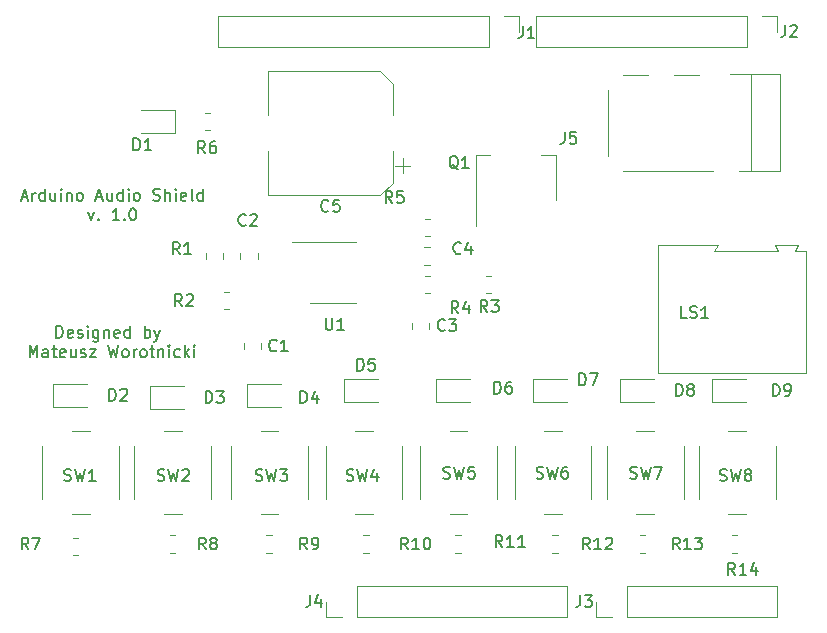
<source format=gbr>
%TF.GenerationSoftware,KiCad,Pcbnew,(5.1.10)-1*%
%TF.CreationDate,2022-04-08T18:55:06+02:00*%
%TF.ProjectId,shield_Arduino,73686965-6c64-45f4-9172-6475696e6f2e,rev?*%
%TF.SameCoordinates,Original*%
%TF.FileFunction,Legend,Top*%
%TF.FilePolarity,Positive*%
%FSLAX46Y46*%
G04 Gerber Fmt 4.6, Leading zero omitted, Abs format (unit mm)*
G04 Created by KiCad (PCBNEW (5.1.10)-1) date 2022-04-08 18:55:06*
%MOMM*%
%LPD*%
G01*
G04 APERTURE LIST*
%ADD10C,0.150000*%
%ADD11C,0.120000*%
G04 APERTURE END LIST*
D10*
X105385714Y-130067380D02*
X105385714Y-129067380D01*
X105623809Y-129067380D01*
X105766666Y-129115000D01*
X105861904Y-129210238D01*
X105909523Y-129305476D01*
X105957142Y-129495952D01*
X105957142Y-129638809D01*
X105909523Y-129829285D01*
X105861904Y-129924523D01*
X105766666Y-130019761D01*
X105623809Y-130067380D01*
X105385714Y-130067380D01*
X106766666Y-130019761D02*
X106671428Y-130067380D01*
X106480952Y-130067380D01*
X106385714Y-130019761D01*
X106338095Y-129924523D01*
X106338095Y-129543571D01*
X106385714Y-129448333D01*
X106480952Y-129400714D01*
X106671428Y-129400714D01*
X106766666Y-129448333D01*
X106814285Y-129543571D01*
X106814285Y-129638809D01*
X106338095Y-129734047D01*
X107195238Y-130019761D02*
X107290476Y-130067380D01*
X107480952Y-130067380D01*
X107576190Y-130019761D01*
X107623809Y-129924523D01*
X107623809Y-129876904D01*
X107576190Y-129781666D01*
X107480952Y-129734047D01*
X107338095Y-129734047D01*
X107242857Y-129686428D01*
X107195238Y-129591190D01*
X107195238Y-129543571D01*
X107242857Y-129448333D01*
X107338095Y-129400714D01*
X107480952Y-129400714D01*
X107576190Y-129448333D01*
X108052380Y-130067380D02*
X108052380Y-129400714D01*
X108052380Y-129067380D02*
X108004761Y-129115000D01*
X108052380Y-129162619D01*
X108100000Y-129115000D01*
X108052380Y-129067380D01*
X108052380Y-129162619D01*
X108957142Y-129400714D02*
X108957142Y-130210238D01*
X108909523Y-130305476D01*
X108861904Y-130353095D01*
X108766666Y-130400714D01*
X108623809Y-130400714D01*
X108528571Y-130353095D01*
X108957142Y-130019761D02*
X108861904Y-130067380D01*
X108671428Y-130067380D01*
X108576190Y-130019761D01*
X108528571Y-129972142D01*
X108480952Y-129876904D01*
X108480952Y-129591190D01*
X108528571Y-129495952D01*
X108576190Y-129448333D01*
X108671428Y-129400714D01*
X108861904Y-129400714D01*
X108957142Y-129448333D01*
X109433333Y-129400714D02*
X109433333Y-130067380D01*
X109433333Y-129495952D02*
X109480952Y-129448333D01*
X109576190Y-129400714D01*
X109719047Y-129400714D01*
X109814285Y-129448333D01*
X109861904Y-129543571D01*
X109861904Y-130067380D01*
X110719047Y-130019761D02*
X110623809Y-130067380D01*
X110433333Y-130067380D01*
X110338095Y-130019761D01*
X110290476Y-129924523D01*
X110290476Y-129543571D01*
X110338095Y-129448333D01*
X110433333Y-129400714D01*
X110623809Y-129400714D01*
X110719047Y-129448333D01*
X110766666Y-129543571D01*
X110766666Y-129638809D01*
X110290476Y-129734047D01*
X111623809Y-130067380D02*
X111623809Y-129067380D01*
X111623809Y-130019761D02*
X111528571Y-130067380D01*
X111338095Y-130067380D01*
X111242857Y-130019761D01*
X111195238Y-129972142D01*
X111147619Y-129876904D01*
X111147619Y-129591190D01*
X111195238Y-129495952D01*
X111242857Y-129448333D01*
X111338095Y-129400714D01*
X111528571Y-129400714D01*
X111623809Y-129448333D01*
X112861904Y-130067380D02*
X112861904Y-129067380D01*
X112861904Y-129448333D02*
X112957142Y-129400714D01*
X113147619Y-129400714D01*
X113242857Y-129448333D01*
X113290476Y-129495952D01*
X113338095Y-129591190D01*
X113338095Y-129876904D01*
X113290476Y-129972142D01*
X113242857Y-130019761D01*
X113147619Y-130067380D01*
X112957142Y-130067380D01*
X112861904Y-130019761D01*
X113671428Y-129400714D02*
X113909523Y-130067380D01*
X114147619Y-129400714D02*
X113909523Y-130067380D01*
X113814285Y-130305476D01*
X113766666Y-130353095D01*
X113671428Y-130400714D01*
X103123809Y-131717380D02*
X103123809Y-130717380D01*
X103457142Y-131431666D01*
X103790476Y-130717380D01*
X103790476Y-131717380D01*
X104695238Y-131717380D02*
X104695238Y-131193571D01*
X104647619Y-131098333D01*
X104552380Y-131050714D01*
X104361904Y-131050714D01*
X104266666Y-131098333D01*
X104695238Y-131669761D02*
X104600000Y-131717380D01*
X104361904Y-131717380D01*
X104266666Y-131669761D01*
X104219047Y-131574523D01*
X104219047Y-131479285D01*
X104266666Y-131384047D01*
X104361904Y-131336428D01*
X104600000Y-131336428D01*
X104695238Y-131288809D01*
X105028571Y-131050714D02*
X105409523Y-131050714D01*
X105171428Y-130717380D02*
X105171428Y-131574523D01*
X105219047Y-131669761D01*
X105314285Y-131717380D01*
X105409523Y-131717380D01*
X106123809Y-131669761D02*
X106028571Y-131717380D01*
X105838095Y-131717380D01*
X105742857Y-131669761D01*
X105695238Y-131574523D01*
X105695238Y-131193571D01*
X105742857Y-131098333D01*
X105838095Y-131050714D01*
X106028571Y-131050714D01*
X106123809Y-131098333D01*
X106171428Y-131193571D01*
X106171428Y-131288809D01*
X105695238Y-131384047D01*
X107028571Y-131050714D02*
X107028571Y-131717380D01*
X106600000Y-131050714D02*
X106600000Y-131574523D01*
X106647619Y-131669761D01*
X106742857Y-131717380D01*
X106885714Y-131717380D01*
X106980952Y-131669761D01*
X107028571Y-131622142D01*
X107457142Y-131669761D02*
X107552380Y-131717380D01*
X107742857Y-131717380D01*
X107838095Y-131669761D01*
X107885714Y-131574523D01*
X107885714Y-131526904D01*
X107838095Y-131431666D01*
X107742857Y-131384047D01*
X107600000Y-131384047D01*
X107504761Y-131336428D01*
X107457142Y-131241190D01*
X107457142Y-131193571D01*
X107504761Y-131098333D01*
X107600000Y-131050714D01*
X107742857Y-131050714D01*
X107838095Y-131098333D01*
X108219047Y-131050714D02*
X108742857Y-131050714D01*
X108219047Y-131717380D01*
X108742857Y-131717380D01*
X109790476Y-130717380D02*
X110028571Y-131717380D01*
X110219047Y-131003095D01*
X110409523Y-131717380D01*
X110647619Y-130717380D01*
X111171428Y-131717380D02*
X111076190Y-131669761D01*
X111028571Y-131622142D01*
X110980952Y-131526904D01*
X110980952Y-131241190D01*
X111028571Y-131145952D01*
X111076190Y-131098333D01*
X111171428Y-131050714D01*
X111314285Y-131050714D01*
X111409523Y-131098333D01*
X111457142Y-131145952D01*
X111504761Y-131241190D01*
X111504761Y-131526904D01*
X111457142Y-131622142D01*
X111409523Y-131669761D01*
X111314285Y-131717380D01*
X111171428Y-131717380D01*
X111933333Y-131717380D02*
X111933333Y-131050714D01*
X111933333Y-131241190D02*
X111980952Y-131145952D01*
X112028571Y-131098333D01*
X112123809Y-131050714D01*
X112219047Y-131050714D01*
X112695238Y-131717380D02*
X112600000Y-131669761D01*
X112552380Y-131622142D01*
X112504761Y-131526904D01*
X112504761Y-131241190D01*
X112552380Y-131145952D01*
X112600000Y-131098333D01*
X112695238Y-131050714D01*
X112838095Y-131050714D01*
X112933333Y-131098333D01*
X112980952Y-131145952D01*
X113028571Y-131241190D01*
X113028571Y-131526904D01*
X112980952Y-131622142D01*
X112933333Y-131669761D01*
X112838095Y-131717380D01*
X112695238Y-131717380D01*
X113314285Y-131050714D02*
X113695238Y-131050714D01*
X113457142Y-130717380D02*
X113457142Y-131574523D01*
X113504761Y-131669761D01*
X113600000Y-131717380D01*
X113695238Y-131717380D01*
X114028571Y-131050714D02*
X114028571Y-131717380D01*
X114028571Y-131145952D02*
X114076190Y-131098333D01*
X114171428Y-131050714D01*
X114314285Y-131050714D01*
X114409523Y-131098333D01*
X114457142Y-131193571D01*
X114457142Y-131717380D01*
X114933333Y-131717380D02*
X114933333Y-131050714D01*
X114933333Y-130717380D02*
X114885714Y-130765000D01*
X114933333Y-130812619D01*
X114980952Y-130765000D01*
X114933333Y-130717380D01*
X114933333Y-130812619D01*
X115838095Y-131669761D02*
X115742857Y-131717380D01*
X115552380Y-131717380D01*
X115457142Y-131669761D01*
X115409523Y-131622142D01*
X115361904Y-131526904D01*
X115361904Y-131241190D01*
X115409523Y-131145952D01*
X115457142Y-131098333D01*
X115552380Y-131050714D01*
X115742857Y-131050714D01*
X115838095Y-131098333D01*
X116266666Y-131717380D02*
X116266666Y-130717380D01*
X116361904Y-131336428D02*
X116647619Y-131717380D01*
X116647619Y-131050714D02*
X116266666Y-131431666D01*
X117076190Y-131717380D02*
X117076190Y-131050714D01*
X117076190Y-130717380D02*
X117028571Y-130765000D01*
X117076190Y-130812619D01*
X117123809Y-130765000D01*
X117076190Y-130717380D01*
X117076190Y-130812619D01*
X102459523Y-118181666D02*
X102935714Y-118181666D01*
X102364285Y-118467380D02*
X102697619Y-117467380D01*
X103030952Y-118467380D01*
X103364285Y-118467380D02*
X103364285Y-117800714D01*
X103364285Y-117991190D02*
X103411904Y-117895952D01*
X103459523Y-117848333D01*
X103554761Y-117800714D01*
X103650000Y-117800714D01*
X104411904Y-118467380D02*
X104411904Y-117467380D01*
X104411904Y-118419761D02*
X104316666Y-118467380D01*
X104126190Y-118467380D01*
X104030952Y-118419761D01*
X103983333Y-118372142D01*
X103935714Y-118276904D01*
X103935714Y-117991190D01*
X103983333Y-117895952D01*
X104030952Y-117848333D01*
X104126190Y-117800714D01*
X104316666Y-117800714D01*
X104411904Y-117848333D01*
X105316666Y-117800714D02*
X105316666Y-118467380D01*
X104888095Y-117800714D02*
X104888095Y-118324523D01*
X104935714Y-118419761D01*
X105030952Y-118467380D01*
X105173809Y-118467380D01*
X105269047Y-118419761D01*
X105316666Y-118372142D01*
X105792857Y-118467380D02*
X105792857Y-117800714D01*
X105792857Y-117467380D02*
X105745238Y-117515000D01*
X105792857Y-117562619D01*
X105840476Y-117515000D01*
X105792857Y-117467380D01*
X105792857Y-117562619D01*
X106269047Y-117800714D02*
X106269047Y-118467380D01*
X106269047Y-117895952D02*
X106316666Y-117848333D01*
X106411904Y-117800714D01*
X106554761Y-117800714D01*
X106650000Y-117848333D01*
X106697619Y-117943571D01*
X106697619Y-118467380D01*
X107316666Y-118467380D02*
X107221428Y-118419761D01*
X107173809Y-118372142D01*
X107126190Y-118276904D01*
X107126190Y-117991190D01*
X107173809Y-117895952D01*
X107221428Y-117848333D01*
X107316666Y-117800714D01*
X107459523Y-117800714D01*
X107554761Y-117848333D01*
X107602380Y-117895952D01*
X107650000Y-117991190D01*
X107650000Y-118276904D01*
X107602380Y-118372142D01*
X107554761Y-118419761D01*
X107459523Y-118467380D01*
X107316666Y-118467380D01*
X108792857Y-118181666D02*
X109269047Y-118181666D01*
X108697619Y-118467380D02*
X109030952Y-117467380D01*
X109364285Y-118467380D01*
X110126190Y-117800714D02*
X110126190Y-118467380D01*
X109697619Y-117800714D02*
X109697619Y-118324523D01*
X109745238Y-118419761D01*
X109840476Y-118467380D01*
X109983333Y-118467380D01*
X110078571Y-118419761D01*
X110126190Y-118372142D01*
X111030952Y-118467380D02*
X111030952Y-117467380D01*
X111030952Y-118419761D02*
X110935714Y-118467380D01*
X110745238Y-118467380D01*
X110650000Y-118419761D01*
X110602380Y-118372142D01*
X110554761Y-118276904D01*
X110554761Y-117991190D01*
X110602380Y-117895952D01*
X110650000Y-117848333D01*
X110745238Y-117800714D01*
X110935714Y-117800714D01*
X111030952Y-117848333D01*
X111507142Y-118467380D02*
X111507142Y-117800714D01*
X111507142Y-117467380D02*
X111459523Y-117515000D01*
X111507142Y-117562619D01*
X111554761Y-117515000D01*
X111507142Y-117467380D01*
X111507142Y-117562619D01*
X112126190Y-118467380D02*
X112030952Y-118419761D01*
X111983333Y-118372142D01*
X111935714Y-118276904D01*
X111935714Y-117991190D01*
X111983333Y-117895952D01*
X112030952Y-117848333D01*
X112126190Y-117800714D01*
X112269047Y-117800714D01*
X112364285Y-117848333D01*
X112411904Y-117895952D01*
X112459523Y-117991190D01*
X112459523Y-118276904D01*
X112411904Y-118372142D01*
X112364285Y-118419761D01*
X112269047Y-118467380D01*
X112126190Y-118467380D01*
X113602380Y-118419761D02*
X113745238Y-118467380D01*
X113983333Y-118467380D01*
X114078571Y-118419761D01*
X114126190Y-118372142D01*
X114173809Y-118276904D01*
X114173809Y-118181666D01*
X114126190Y-118086428D01*
X114078571Y-118038809D01*
X113983333Y-117991190D01*
X113792857Y-117943571D01*
X113697619Y-117895952D01*
X113650000Y-117848333D01*
X113602380Y-117753095D01*
X113602380Y-117657857D01*
X113650000Y-117562619D01*
X113697619Y-117515000D01*
X113792857Y-117467380D01*
X114030952Y-117467380D01*
X114173809Y-117515000D01*
X114602380Y-118467380D02*
X114602380Y-117467380D01*
X115030952Y-118467380D02*
X115030952Y-117943571D01*
X114983333Y-117848333D01*
X114888095Y-117800714D01*
X114745238Y-117800714D01*
X114649999Y-117848333D01*
X114602380Y-117895952D01*
X115507142Y-118467380D02*
X115507142Y-117800714D01*
X115507142Y-117467380D02*
X115459523Y-117515000D01*
X115507142Y-117562619D01*
X115554761Y-117515000D01*
X115507142Y-117467380D01*
X115507142Y-117562619D01*
X116364285Y-118419761D02*
X116269047Y-118467380D01*
X116078571Y-118467380D01*
X115983333Y-118419761D01*
X115935714Y-118324523D01*
X115935714Y-117943571D01*
X115983333Y-117848333D01*
X116078571Y-117800714D01*
X116269047Y-117800714D01*
X116364285Y-117848333D01*
X116411904Y-117943571D01*
X116411904Y-118038809D01*
X115935714Y-118134047D01*
X116983333Y-118467380D02*
X116888095Y-118419761D01*
X116840476Y-118324523D01*
X116840476Y-117467380D01*
X117792857Y-118467380D02*
X117792857Y-117467380D01*
X117792857Y-118419761D02*
X117697619Y-118467380D01*
X117507142Y-118467380D01*
X117411904Y-118419761D01*
X117364285Y-118372142D01*
X117316666Y-118276904D01*
X117316666Y-117991190D01*
X117364285Y-117895952D01*
X117411904Y-117848333D01*
X117507142Y-117800714D01*
X117697619Y-117800714D01*
X117792857Y-117848333D01*
X108102380Y-119450714D02*
X108340476Y-120117380D01*
X108578571Y-119450714D01*
X108959523Y-120022142D02*
X109007142Y-120069761D01*
X108959523Y-120117380D01*
X108911904Y-120069761D01*
X108959523Y-120022142D01*
X108959523Y-120117380D01*
X110721428Y-120117380D02*
X110150000Y-120117380D01*
X110435714Y-120117380D02*
X110435714Y-119117380D01*
X110340476Y-119260238D01*
X110245238Y-119355476D01*
X110150000Y-119403095D01*
X111150000Y-120022142D02*
X111197619Y-120069761D01*
X111150000Y-120117380D01*
X111102380Y-120069761D01*
X111150000Y-120022142D01*
X111150000Y-120117380D01*
X111816666Y-119117380D02*
X111911904Y-119117380D01*
X112007142Y-119165000D01*
X112054761Y-119212619D01*
X112102380Y-119307857D01*
X112150000Y-119498333D01*
X112150000Y-119736428D01*
X112102380Y-119926904D01*
X112054761Y-120022142D01*
X112007142Y-120069761D01*
X111911904Y-120117380D01*
X111816666Y-120117380D01*
X111721428Y-120069761D01*
X111673809Y-120022142D01*
X111626190Y-119926904D01*
X111578571Y-119736428D01*
X111578571Y-119498333D01*
X111626190Y-119307857D01*
X111673809Y-119212619D01*
X111721428Y-119165000D01*
X111816666Y-119117380D01*
D11*
%TO.C,Q1*%
X140890000Y-120640000D02*
X140890000Y-114630000D01*
X147710000Y-118390000D02*
X147710000Y-114630000D01*
X140890000Y-114630000D02*
X142150000Y-114630000D01*
X147710000Y-114630000D02*
X146450000Y-114630000D01*
%TO.C,R10*%
X131372936Y-148275000D02*
X131827064Y-148275000D01*
X131372936Y-146805000D02*
X131827064Y-146805000D01*
%TO.C,R11*%
X139172936Y-148275000D02*
X139627064Y-148275000D01*
X139172936Y-146805000D02*
X139627064Y-146805000D01*
%TO.C,R7*%
X107227064Y-147005000D02*
X106772936Y-147005000D01*
X107227064Y-148475000D02*
X106772936Y-148475000D01*
%TO.C,SW1*%
X108200000Y-137990000D02*
X106700000Y-137990000D01*
X104200000Y-139240000D02*
X104200000Y-143740000D01*
X106700000Y-144990000D02*
X108200000Y-144990000D01*
X110700000Y-143740000D02*
X110700000Y-139240000D01*
%TO.C,LS1*%
X156300000Y-122240000D02*
X156300000Y-133090000D01*
X161400000Y-122240000D02*
X156300000Y-122240000D01*
X161100000Y-122740000D02*
X161400000Y-122240000D01*
X166500000Y-122740000D02*
X161100000Y-122740000D01*
X166250000Y-122240000D02*
X166500000Y-122740000D01*
X166300000Y-122240000D02*
X166250000Y-122240000D01*
X168200000Y-122240000D02*
X166300000Y-122240000D01*
X167950000Y-122740000D02*
X168200000Y-122240000D01*
X168900000Y-122740000D02*
X167950000Y-122740000D01*
X168900000Y-133090000D02*
X168900000Y-122740000D01*
X156300000Y-133090000D02*
X168900000Y-133090000D01*
%TO.C,U1*%
X128800000Y-121980000D02*
X125350000Y-121980000D01*
X128800000Y-121980000D02*
X130750000Y-121980000D01*
X128800000Y-127100000D02*
X126850000Y-127100000D01*
X128800000Y-127100000D02*
X130750000Y-127100000D01*
%TO.C,SW8*%
X163800000Y-137990000D02*
X162300000Y-137990000D01*
X159800000Y-139240000D02*
X159800000Y-143740000D01*
X162300000Y-144990000D02*
X163800000Y-144990000D01*
X166300000Y-143740000D02*
X166300000Y-139240000D01*
%TO.C,SW7*%
X156000000Y-137990000D02*
X154500000Y-137990000D01*
X152000000Y-139240000D02*
X152000000Y-143740000D01*
X154500000Y-144990000D02*
X156000000Y-144990000D01*
X158500000Y-143740000D02*
X158500000Y-139240000D01*
%TO.C,SW6*%
X148200000Y-137990000D02*
X146700000Y-137990000D01*
X144200000Y-139240000D02*
X144200000Y-143740000D01*
X146700000Y-144990000D02*
X148200000Y-144990000D01*
X150700000Y-143740000D02*
X150700000Y-139240000D01*
%TO.C,SW5*%
X140200000Y-137990000D02*
X138700000Y-137990000D01*
X136200000Y-139240000D02*
X136200000Y-143740000D01*
X138700000Y-144990000D02*
X140200000Y-144990000D01*
X142700000Y-143740000D02*
X142700000Y-139240000D01*
%TO.C,SW4*%
X132200000Y-137990000D02*
X130700000Y-137990000D01*
X128200000Y-139240000D02*
X128200000Y-143740000D01*
X130700000Y-144990000D02*
X132200000Y-144990000D01*
X134700000Y-143740000D02*
X134700000Y-139240000D01*
%TO.C,SW3*%
X124200000Y-137990000D02*
X122700000Y-137990000D01*
X120200000Y-139240000D02*
X120200000Y-143740000D01*
X122700000Y-144990000D02*
X124200000Y-144990000D01*
X126700000Y-143740000D02*
X126700000Y-139240000D01*
%TO.C,SW2*%
X116000000Y-137990000D02*
X114500000Y-137990000D01*
X112000000Y-139240000D02*
X112000000Y-143740000D01*
X114500000Y-144990000D02*
X116000000Y-144990000D01*
X118500000Y-143740000D02*
X118500000Y-139240000D01*
%TO.C,R14*%
X162572936Y-148275000D02*
X163027064Y-148275000D01*
X162572936Y-146805000D02*
X163027064Y-146805000D01*
%TO.C,R13*%
X154772936Y-148275000D02*
X155227064Y-148275000D01*
X154772936Y-146805000D02*
X155227064Y-146805000D01*
%TO.C,R12*%
X147372936Y-148275000D02*
X147827064Y-148275000D01*
X147372936Y-146805000D02*
X147827064Y-146805000D01*
%TO.C,R9*%
X123172936Y-148275000D02*
X123627064Y-148275000D01*
X123172936Y-146805000D02*
X123627064Y-146805000D01*
%TO.C,R8*%
X115427064Y-146805000D02*
X114972936Y-146805000D01*
X115427064Y-148275000D02*
X114972936Y-148275000D01*
%TO.C,R6*%
X118427064Y-111005000D02*
X117972936Y-111005000D01*
X118427064Y-112475000D02*
X117972936Y-112475000D01*
%TO.C,R5*%
X136572936Y-121475000D02*
X137027064Y-121475000D01*
X136572936Y-120005000D02*
X137027064Y-120005000D01*
%TO.C,R4*%
X136572936Y-126275000D02*
X137027064Y-126275000D01*
X136572936Y-124805000D02*
X137027064Y-124805000D01*
%TO.C,R3*%
X141772936Y-126275000D02*
X142227064Y-126275000D01*
X141772936Y-124805000D02*
X142227064Y-124805000D01*
%TO.C,R2*%
X119572936Y-127675000D02*
X120027064Y-127675000D01*
X119572936Y-126205000D02*
X120027064Y-126205000D01*
%TO.C,R1*%
X119535000Y-123367064D02*
X119535000Y-122912936D01*
X118065000Y-123367064D02*
X118065000Y-122912936D01*
%TO.C,J5*%
X166700000Y-107740000D02*
X164200000Y-107740000D01*
X166700000Y-115940000D02*
X166700000Y-107740000D01*
X164200000Y-115940000D02*
X166700000Y-115940000D01*
X163200000Y-115940000D02*
X164100000Y-115940000D01*
X164200000Y-107740000D02*
X162400000Y-107740000D01*
X157700000Y-107840000D02*
X159800000Y-107840000D01*
X152100000Y-114640000D02*
X152100000Y-109100000D01*
X164200000Y-115940000D02*
X164100000Y-115940000D01*
X164200000Y-107840000D02*
X164200000Y-115940000D01*
X164200000Y-107740000D02*
X164200000Y-107840000D01*
X153400000Y-115940000D02*
X161000000Y-115940000D01*
X153360000Y-107840000D02*
X155500000Y-107840000D01*
%TO.C,J4*%
X128210000Y-153730000D02*
X128210000Y-152400000D01*
X129540000Y-153730000D02*
X128210000Y-153730000D01*
X130810000Y-153730000D02*
X130810000Y-151070000D01*
X130810000Y-151070000D02*
X148650000Y-151070000D01*
X130810000Y-153730000D02*
X148650000Y-153730000D01*
X148650000Y-153730000D02*
X148650000Y-151070000D01*
%TO.C,J3*%
X151070000Y-153730000D02*
X151070000Y-152400000D01*
X152400000Y-153730000D02*
X151070000Y-153730000D01*
X153670000Y-153730000D02*
X153670000Y-151070000D01*
X153670000Y-151070000D02*
X166430000Y-151070000D01*
X153670000Y-153730000D02*
X166430000Y-153730000D01*
X166430000Y-153730000D02*
X166430000Y-151070000D01*
%TO.C,J2*%
X166430000Y-102810000D02*
X166430000Y-104140000D01*
X165100000Y-102810000D02*
X166430000Y-102810000D01*
X163830000Y-102810000D02*
X163830000Y-105470000D01*
X163830000Y-105470000D02*
X145990000Y-105470000D01*
X163830000Y-102810000D02*
X145990000Y-102810000D01*
X145990000Y-102810000D02*
X145990000Y-105470000D01*
%TO.C,J1*%
X144586000Y-102810000D02*
X144586000Y-104140000D01*
X143256000Y-102810000D02*
X144586000Y-102810000D01*
X141986000Y-102810000D02*
X141986000Y-105470000D01*
X141986000Y-105470000D02*
X119066000Y-105470000D01*
X141986000Y-102810000D02*
X119066000Y-102810000D01*
X119066000Y-102810000D02*
X119066000Y-105470000D01*
%TO.C,D9*%
X160940000Y-135500000D02*
X163800000Y-135500000D01*
X160940000Y-133580000D02*
X160940000Y-135500000D01*
X163800000Y-133580000D02*
X160940000Y-133580000D01*
%TO.C,D8*%
X153140000Y-135500000D02*
X156000000Y-135500000D01*
X153140000Y-133580000D02*
X153140000Y-135500000D01*
X156000000Y-133580000D02*
X153140000Y-133580000D01*
%TO.C,D7*%
X145740000Y-135500000D02*
X148600000Y-135500000D01*
X145740000Y-133580000D02*
X145740000Y-135500000D01*
X148600000Y-133580000D02*
X145740000Y-133580000D01*
%TO.C,D6*%
X137540000Y-135500000D02*
X140400000Y-135500000D01*
X137540000Y-133580000D02*
X137540000Y-135500000D01*
X140400000Y-133580000D02*
X137540000Y-133580000D01*
%TO.C,D5*%
X129740000Y-135500000D02*
X132600000Y-135500000D01*
X129740000Y-133580000D02*
X129740000Y-135500000D01*
X132600000Y-133580000D02*
X129740000Y-133580000D01*
%TO.C,D4*%
X121540000Y-135900000D02*
X124400000Y-135900000D01*
X121540000Y-133980000D02*
X121540000Y-135900000D01*
X124400000Y-133980000D02*
X121540000Y-133980000D01*
%TO.C,D3*%
X113315000Y-136100000D02*
X116175000Y-136100000D01*
X113315000Y-134180000D02*
X113315000Y-136100000D01*
X116175000Y-134180000D02*
X113315000Y-134180000D01*
%TO.C,D2*%
X105140000Y-135900000D02*
X108000000Y-135900000D01*
X105140000Y-133980000D02*
X105140000Y-135900000D01*
X108000000Y-133980000D02*
X105140000Y-133980000D01*
%TO.C,D1*%
X115460000Y-110780000D02*
X112600000Y-110780000D01*
X115460000Y-112700000D02*
X115460000Y-110780000D01*
X112600000Y-112700000D02*
X115460000Y-112700000D01*
%TO.C,C5*%
X134725000Y-116125000D02*
X134725000Y-114875000D01*
X135350000Y-115500000D02*
X134100000Y-115500000D01*
X133860000Y-108544437D02*
X132795563Y-107480000D01*
X133860000Y-116935563D02*
X132795563Y-118000000D01*
X133860000Y-116935563D02*
X133860000Y-114250000D01*
X133860000Y-108544437D02*
X133860000Y-111230000D01*
X132795563Y-107480000D02*
X123340000Y-107480000D01*
X132795563Y-118000000D02*
X123340000Y-118000000D01*
X123340000Y-118000000D02*
X123340000Y-114250000D01*
X123340000Y-107480000D02*
X123340000Y-111230000D01*
%TO.C,C4*%
X136538748Y-123875000D02*
X137061252Y-123875000D01*
X136538748Y-122405000D02*
X137061252Y-122405000D01*
%TO.C,C3*%
X135465000Y-128841248D02*
X135465000Y-129363752D01*
X136935000Y-128841248D02*
X136935000Y-129363752D01*
%TO.C,C2*%
X122435000Y-123401252D02*
X122435000Y-122878748D01*
X120965000Y-123401252D02*
X120965000Y-122878748D01*
%TO.C,C1*%
X121265000Y-130516248D02*
X121265000Y-131038752D01*
X122735000Y-130516248D02*
X122735000Y-131038752D01*
%TO.C,Q1*%
D10*
X139404761Y-115787619D02*
X139309523Y-115740000D01*
X139214285Y-115644761D01*
X139071428Y-115501904D01*
X138976190Y-115454285D01*
X138880952Y-115454285D01*
X138928571Y-115692380D02*
X138833333Y-115644761D01*
X138738095Y-115549523D01*
X138690476Y-115359047D01*
X138690476Y-115025714D01*
X138738095Y-114835238D01*
X138833333Y-114740000D01*
X138928571Y-114692380D01*
X139119047Y-114692380D01*
X139214285Y-114740000D01*
X139309523Y-114835238D01*
X139357142Y-115025714D01*
X139357142Y-115359047D01*
X139309523Y-115549523D01*
X139214285Y-115644761D01*
X139119047Y-115692380D01*
X138928571Y-115692380D01*
X140309523Y-115692380D02*
X139738095Y-115692380D01*
X140023809Y-115692380D02*
X140023809Y-114692380D01*
X139928571Y-114835238D01*
X139833333Y-114930476D01*
X139738095Y-114978095D01*
%TO.C,R10*%
X135157142Y-147992380D02*
X134823809Y-147516190D01*
X134585714Y-147992380D02*
X134585714Y-146992380D01*
X134966666Y-146992380D01*
X135061904Y-147040000D01*
X135109523Y-147087619D01*
X135157142Y-147182857D01*
X135157142Y-147325714D01*
X135109523Y-147420952D01*
X135061904Y-147468571D01*
X134966666Y-147516190D01*
X134585714Y-147516190D01*
X136109523Y-147992380D02*
X135538095Y-147992380D01*
X135823809Y-147992380D02*
X135823809Y-146992380D01*
X135728571Y-147135238D01*
X135633333Y-147230476D01*
X135538095Y-147278095D01*
X136728571Y-146992380D02*
X136823809Y-146992380D01*
X136919047Y-147040000D01*
X136966666Y-147087619D01*
X137014285Y-147182857D01*
X137061904Y-147373333D01*
X137061904Y-147611428D01*
X137014285Y-147801904D01*
X136966666Y-147897142D01*
X136919047Y-147944761D01*
X136823809Y-147992380D01*
X136728571Y-147992380D01*
X136633333Y-147944761D01*
X136585714Y-147897142D01*
X136538095Y-147801904D01*
X136490476Y-147611428D01*
X136490476Y-147373333D01*
X136538095Y-147182857D01*
X136585714Y-147087619D01*
X136633333Y-147040000D01*
X136728571Y-146992380D01*
%TO.C,R11*%
X143157142Y-147792380D02*
X142823809Y-147316190D01*
X142585714Y-147792380D02*
X142585714Y-146792380D01*
X142966666Y-146792380D01*
X143061904Y-146840000D01*
X143109523Y-146887619D01*
X143157142Y-146982857D01*
X143157142Y-147125714D01*
X143109523Y-147220952D01*
X143061904Y-147268571D01*
X142966666Y-147316190D01*
X142585714Y-147316190D01*
X144109523Y-147792380D02*
X143538095Y-147792380D01*
X143823809Y-147792380D02*
X143823809Y-146792380D01*
X143728571Y-146935238D01*
X143633333Y-147030476D01*
X143538095Y-147078095D01*
X145061904Y-147792380D02*
X144490476Y-147792380D01*
X144776190Y-147792380D02*
X144776190Y-146792380D01*
X144680952Y-146935238D01*
X144585714Y-147030476D01*
X144490476Y-147078095D01*
%TO.C,R7*%
X103033333Y-147992380D02*
X102700000Y-147516190D01*
X102461904Y-147992380D02*
X102461904Y-146992380D01*
X102842857Y-146992380D01*
X102938095Y-147040000D01*
X102985714Y-147087619D01*
X103033333Y-147182857D01*
X103033333Y-147325714D01*
X102985714Y-147420952D01*
X102938095Y-147468571D01*
X102842857Y-147516190D01*
X102461904Y-147516190D01*
X103366666Y-146992380D02*
X104033333Y-146992380D01*
X103604761Y-147992380D01*
%TO.C,SW1*%
X106066666Y-142144761D02*
X106209523Y-142192380D01*
X106447619Y-142192380D01*
X106542857Y-142144761D01*
X106590476Y-142097142D01*
X106638095Y-142001904D01*
X106638095Y-141906666D01*
X106590476Y-141811428D01*
X106542857Y-141763809D01*
X106447619Y-141716190D01*
X106257142Y-141668571D01*
X106161904Y-141620952D01*
X106114285Y-141573333D01*
X106066666Y-141478095D01*
X106066666Y-141382857D01*
X106114285Y-141287619D01*
X106161904Y-141240000D01*
X106257142Y-141192380D01*
X106495238Y-141192380D01*
X106638095Y-141240000D01*
X106971428Y-141192380D02*
X107209523Y-142192380D01*
X107400000Y-141478095D01*
X107590476Y-142192380D01*
X107828571Y-141192380D01*
X108733333Y-142192380D02*
X108161904Y-142192380D01*
X108447619Y-142192380D02*
X108447619Y-141192380D01*
X108352380Y-141335238D01*
X108257142Y-141430476D01*
X108161904Y-141478095D01*
%TO.C,LS1*%
X158757142Y-128392380D02*
X158280952Y-128392380D01*
X158280952Y-127392380D01*
X159042857Y-128344761D02*
X159185714Y-128392380D01*
X159423809Y-128392380D01*
X159519047Y-128344761D01*
X159566666Y-128297142D01*
X159614285Y-128201904D01*
X159614285Y-128106666D01*
X159566666Y-128011428D01*
X159519047Y-127963809D01*
X159423809Y-127916190D01*
X159233333Y-127868571D01*
X159138095Y-127820952D01*
X159090476Y-127773333D01*
X159042857Y-127678095D01*
X159042857Y-127582857D01*
X159090476Y-127487619D01*
X159138095Y-127440000D01*
X159233333Y-127392380D01*
X159471428Y-127392380D01*
X159614285Y-127440000D01*
X160566666Y-128392380D02*
X159995238Y-128392380D01*
X160280952Y-128392380D02*
X160280952Y-127392380D01*
X160185714Y-127535238D01*
X160090476Y-127630476D01*
X159995238Y-127678095D01*
%TO.C,U1*%
X128188095Y-128392380D02*
X128188095Y-129201904D01*
X128235714Y-129297142D01*
X128283333Y-129344761D01*
X128378571Y-129392380D01*
X128569047Y-129392380D01*
X128664285Y-129344761D01*
X128711904Y-129297142D01*
X128759523Y-129201904D01*
X128759523Y-128392380D01*
X129759523Y-129392380D02*
X129188095Y-129392380D01*
X129473809Y-129392380D02*
X129473809Y-128392380D01*
X129378571Y-128535238D01*
X129283333Y-128630476D01*
X129188095Y-128678095D01*
%TO.C,SW8*%
X161566666Y-142144761D02*
X161709523Y-142192380D01*
X161947619Y-142192380D01*
X162042857Y-142144761D01*
X162090476Y-142097142D01*
X162138095Y-142001904D01*
X162138095Y-141906666D01*
X162090476Y-141811428D01*
X162042857Y-141763809D01*
X161947619Y-141716190D01*
X161757142Y-141668571D01*
X161661904Y-141620952D01*
X161614285Y-141573333D01*
X161566666Y-141478095D01*
X161566666Y-141382857D01*
X161614285Y-141287619D01*
X161661904Y-141240000D01*
X161757142Y-141192380D01*
X161995238Y-141192380D01*
X162138095Y-141240000D01*
X162471428Y-141192380D02*
X162709523Y-142192380D01*
X162900000Y-141478095D01*
X163090476Y-142192380D01*
X163328571Y-141192380D01*
X163852380Y-141620952D02*
X163757142Y-141573333D01*
X163709523Y-141525714D01*
X163661904Y-141430476D01*
X163661904Y-141382857D01*
X163709523Y-141287619D01*
X163757142Y-141240000D01*
X163852380Y-141192380D01*
X164042857Y-141192380D01*
X164138095Y-141240000D01*
X164185714Y-141287619D01*
X164233333Y-141382857D01*
X164233333Y-141430476D01*
X164185714Y-141525714D01*
X164138095Y-141573333D01*
X164042857Y-141620952D01*
X163852380Y-141620952D01*
X163757142Y-141668571D01*
X163709523Y-141716190D01*
X163661904Y-141811428D01*
X163661904Y-142001904D01*
X163709523Y-142097142D01*
X163757142Y-142144761D01*
X163852380Y-142192380D01*
X164042857Y-142192380D01*
X164138095Y-142144761D01*
X164185714Y-142097142D01*
X164233333Y-142001904D01*
X164233333Y-141811428D01*
X164185714Y-141716190D01*
X164138095Y-141668571D01*
X164042857Y-141620952D01*
%TO.C,SW7*%
X153966666Y-141944761D02*
X154109523Y-141992380D01*
X154347619Y-141992380D01*
X154442857Y-141944761D01*
X154490476Y-141897142D01*
X154538095Y-141801904D01*
X154538095Y-141706666D01*
X154490476Y-141611428D01*
X154442857Y-141563809D01*
X154347619Y-141516190D01*
X154157142Y-141468571D01*
X154061904Y-141420952D01*
X154014285Y-141373333D01*
X153966666Y-141278095D01*
X153966666Y-141182857D01*
X154014285Y-141087619D01*
X154061904Y-141040000D01*
X154157142Y-140992380D01*
X154395238Y-140992380D01*
X154538095Y-141040000D01*
X154871428Y-140992380D02*
X155109523Y-141992380D01*
X155300000Y-141278095D01*
X155490476Y-141992380D01*
X155728571Y-140992380D01*
X156014285Y-140992380D02*
X156680952Y-140992380D01*
X156252380Y-141992380D01*
%TO.C,SW6*%
X146066666Y-141944761D02*
X146209523Y-141992380D01*
X146447619Y-141992380D01*
X146542857Y-141944761D01*
X146590476Y-141897142D01*
X146638095Y-141801904D01*
X146638095Y-141706666D01*
X146590476Y-141611428D01*
X146542857Y-141563809D01*
X146447619Y-141516190D01*
X146257142Y-141468571D01*
X146161904Y-141420952D01*
X146114285Y-141373333D01*
X146066666Y-141278095D01*
X146066666Y-141182857D01*
X146114285Y-141087619D01*
X146161904Y-141040000D01*
X146257142Y-140992380D01*
X146495238Y-140992380D01*
X146638095Y-141040000D01*
X146971428Y-140992380D02*
X147209523Y-141992380D01*
X147400000Y-141278095D01*
X147590476Y-141992380D01*
X147828571Y-140992380D01*
X148638095Y-140992380D02*
X148447619Y-140992380D01*
X148352380Y-141040000D01*
X148304761Y-141087619D01*
X148209523Y-141230476D01*
X148161904Y-141420952D01*
X148161904Y-141801904D01*
X148209523Y-141897142D01*
X148257142Y-141944761D01*
X148352380Y-141992380D01*
X148542857Y-141992380D01*
X148638095Y-141944761D01*
X148685714Y-141897142D01*
X148733333Y-141801904D01*
X148733333Y-141563809D01*
X148685714Y-141468571D01*
X148638095Y-141420952D01*
X148542857Y-141373333D01*
X148352380Y-141373333D01*
X148257142Y-141420952D01*
X148209523Y-141468571D01*
X148161904Y-141563809D01*
%TO.C,SW5*%
X138166666Y-141944761D02*
X138309523Y-141992380D01*
X138547619Y-141992380D01*
X138642857Y-141944761D01*
X138690476Y-141897142D01*
X138738095Y-141801904D01*
X138738095Y-141706666D01*
X138690476Y-141611428D01*
X138642857Y-141563809D01*
X138547619Y-141516190D01*
X138357142Y-141468571D01*
X138261904Y-141420952D01*
X138214285Y-141373333D01*
X138166666Y-141278095D01*
X138166666Y-141182857D01*
X138214285Y-141087619D01*
X138261904Y-141040000D01*
X138357142Y-140992380D01*
X138595238Y-140992380D01*
X138738095Y-141040000D01*
X139071428Y-140992380D02*
X139309523Y-141992380D01*
X139500000Y-141278095D01*
X139690476Y-141992380D01*
X139928571Y-140992380D01*
X140785714Y-140992380D02*
X140309523Y-140992380D01*
X140261904Y-141468571D01*
X140309523Y-141420952D01*
X140404761Y-141373333D01*
X140642857Y-141373333D01*
X140738095Y-141420952D01*
X140785714Y-141468571D01*
X140833333Y-141563809D01*
X140833333Y-141801904D01*
X140785714Y-141897142D01*
X140738095Y-141944761D01*
X140642857Y-141992380D01*
X140404761Y-141992380D01*
X140309523Y-141944761D01*
X140261904Y-141897142D01*
%TO.C,SW4*%
X129966666Y-142144761D02*
X130109523Y-142192380D01*
X130347619Y-142192380D01*
X130442857Y-142144761D01*
X130490476Y-142097142D01*
X130538095Y-142001904D01*
X130538095Y-141906666D01*
X130490476Y-141811428D01*
X130442857Y-141763809D01*
X130347619Y-141716190D01*
X130157142Y-141668571D01*
X130061904Y-141620952D01*
X130014285Y-141573333D01*
X129966666Y-141478095D01*
X129966666Y-141382857D01*
X130014285Y-141287619D01*
X130061904Y-141240000D01*
X130157142Y-141192380D01*
X130395238Y-141192380D01*
X130538095Y-141240000D01*
X130871428Y-141192380D02*
X131109523Y-142192380D01*
X131300000Y-141478095D01*
X131490476Y-142192380D01*
X131728571Y-141192380D01*
X132538095Y-141525714D02*
X132538095Y-142192380D01*
X132300000Y-141144761D02*
X132061904Y-141859047D01*
X132680952Y-141859047D01*
%TO.C,SW3*%
X122266666Y-142144761D02*
X122409523Y-142192380D01*
X122647619Y-142192380D01*
X122742857Y-142144761D01*
X122790476Y-142097142D01*
X122838095Y-142001904D01*
X122838095Y-141906666D01*
X122790476Y-141811428D01*
X122742857Y-141763809D01*
X122647619Y-141716190D01*
X122457142Y-141668571D01*
X122361904Y-141620952D01*
X122314285Y-141573333D01*
X122266666Y-141478095D01*
X122266666Y-141382857D01*
X122314285Y-141287619D01*
X122361904Y-141240000D01*
X122457142Y-141192380D01*
X122695238Y-141192380D01*
X122838095Y-141240000D01*
X123171428Y-141192380D02*
X123409523Y-142192380D01*
X123600000Y-141478095D01*
X123790476Y-142192380D01*
X124028571Y-141192380D01*
X124314285Y-141192380D02*
X124933333Y-141192380D01*
X124600000Y-141573333D01*
X124742857Y-141573333D01*
X124838095Y-141620952D01*
X124885714Y-141668571D01*
X124933333Y-141763809D01*
X124933333Y-142001904D01*
X124885714Y-142097142D01*
X124838095Y-142144761D01*
X124742857Y-142192380D01*
X124457142Y-142192380D01*
X124361904Y-142144761D01*
X124314285Y-142097142D01*
%TO.C,SW2*%
X113966666Y-142144761D02*
X114109523Y-142192380D01*
X114347619Y-142192380D01*
X114442857Y-142144761D01*
X114490476Y-142097142D01*
X114538095Y-142001904D01*
X114538095Y-141906666D01*
X114490476Y-141811428D01*
X114442857Y-141763809D01*
X114347619Y-141716190D01*
X114157142Y-141668571D01*
X114061904Y-141620952D01*
X114014285Y-141573333D01*
X113966666Y-141478095D01*
X113966666Y-141382857D01*
X114014285Y-141287619D01*
X114061904Y-141240000D01*
X114157142Y-141192380D01*
X114395238Y-141192380D01*
X114538095Y-141240000D01*
X114871428Y-141192380D02*
X115109523Y-142192380D01*
X115300000Y-141478095D01*
X115490476Y-142192380D01*
X115728571Y-141192380D01*
X116061904Y-141287619D02*
X116109523Y-141240000D01*
X116204761Y-141192380D01*
X116442857Y-141192380D01*
X116538095Y-141240000D01*
X116585714Y-141287619D01*
X116633333Y-141382857D01*
X116633333Y-141478095D01*
X116585714Y-141620952D01*
X116014285Y-142192380D01*
X116633333Y-142192380D01*
%TO.C,R14*%
X162857142Y-150142380D02*
X162523809Y-149666190D01*
X162285714Y-150142380D02*
X162285714Y-149142380D01*
X162666666Y-149142380D01*
X162761904Y-149190000D01*
X162809523Y-149237619D01*
X162857142Y-149332857D01*
X162857142Y-149475714D01*
X162809523Y-149570952D01*
X162761904Y-149618571D01*
X162666666Y-149666190D01*
X162285714Y-149666190D01*
X163809523Y-150142380D02*
X163238095Y-150142380D01*
X163523809Y-150142380D02*
X163523809Y-149142380D01*
X163428571Y-149285238D01*
X163333333Y-149380476D01*
X163238095Y-149428095D01*
X164666666Y-149475714D02*
X164666666Y-150142380D01*
X164428571Y-149094761D02*
X164190476Y-149809047D01*
X164809523Y-149809047D01*
%TO.C,R13*%
X158157142Y-147992380D02*
X157823809Y-147516190D01*
X157585714Y-147992380D02*
X157585714Y-146992380D01*
X157966666Y-146992380D01*
X158061904Y-147040000D01*
X158109523Y-147087619D01*
X158157142Y-147182857D01*
X158157142Y-147325714D01*
X158109523Y-147420952D01*
X158061904Y-147468571D01*
X157966666Y-147516190D01*
X157585714Y-147516190D01*
X159109523Y-147992380D02*
X158538095Y-147992380D01*
X158823809Y-147992380D02*
X158823809Y-146992380D01*
X158728571Y-147135238D01*
X158633333Y-147230476D01*
X158538095Y-147278095D01*
X159442857Y-146992380D02*
X160061904Y-146992380D01*
X159728571Y-147373333D01*
X159871428Y-147373333D01*
X159966666Y-147420952D01*
X160014285Y-147468571D01*
X160061904Y-147563809D01*
X160061904Y-147801904D01*
X160014285Y-147897142D01*
X159966666Y-147944761D01*
X159871428Y-147992380D01*
X159585714Y-147992380D01*
X159490476Y-147944761D01*
X159442857Y-147897142D01*
%TO.C,R12*%
X150557142Y-147992380D02*
X150223809Y-147516190D01*
X149985714Y-147992380D02*
X149985714Y-146992380D01*
X150366666Y-146992380D01*
X150461904Y-147040000D01*
X150509523Y-147087619D01*
X150557142Y-147182857D01*
X150557142Y-147325714D01*
X150509523Y-147420952D01*
X150461904Y-147468571D01*
X150366666Y-147516190D01*
X149985714Y-147516190D01*
X151509523Y-147992380D02*
X150938095Y-147992380D01*
X151223809Y-147992380D02*
X151223809Y-146992380D01*
X151128571Y-147135238D01*
X151033333Y-147230476D01*
X150938095Y-147278095D01*
X151890476Y-147087619D02*
X151938095Y-147040000D01*
X152033333Y-146992380D01*
X152271428Y-146992380D01*
X152366666Y-147040000D01*
X152414285Y-147087619D01*
X152461904Y-147182857D01*
X152461904Y-147278095D01*
X152414285Y-147420952D01*
X151842857Y-147992380D01*
X152461904Y-147992380D01*
%TO.C,R9*%
X126633333Y-147992380D02*
X126300000Y-147516190D01*
X126061904Y-147992380D02*
X126061904Y-146992380D01*
X126442857Y-146992380D01*
X126538095Y-147040000D01*
X126585714Y-147087619D01*
X126633333Y-147182857D01*
X126633333Y-147325714D01*
X126585714Y-147420952D01*
X126538095Y-147468571D01*
X126442857Y-147516190D01*
X126061904Y-147516190D01*
X127109523Y-147992380D02*
X127300000Y-147992380D01*
X127395238Y-147944761D01*
X127442857Y-147897142D01*
X127538095Y-147754285D01*
X127585714Y-147563809D01*
X127585714Y-147182857D01*
X127538095Y-147087619D01*
X127490476Y-147040000D01*
X127395238Y-146992380D01*
X127204761Y-146992380D01*
X127109523Y-147040000D01*
X127061904Y-147087619D01*
X127014285Y-147182857D01*
X127014285Y-147420952D01*
X127061904Y-147516190D01*
X127109523Y-147563809D01*
X127204761Y-147611428D01*
X127395238Y-147611428D01*
X127490476Y-147563809D01*
X127538095Y-147516190D01*
X127585714Y-147420952D01*
%TO.C,R8*%
X118033333Y-147992380D02*
X117700000Y-147516190D01*
X117461904Y-147992380D02*
X117461904Y-146992380D01*
X117842857Y-146992380D01*
X117938095Y-147040000D01*
X117985714Y-147087619D01*
X118033333Y-147182857D01*
X118033333Y-147325714D01*
X117985714Y-147420952D01*
X117938095Y-147468571D01*
X117842857Y-147516190D01*
X117461904Y-147516190D01*
X118604761Y-147420952D02*
X118509523Y-147373333D01*
X118461904Y-147325714D01*
X118414285Y-147230476D01*
X118414285Y-147182857D01*
X118461904Y-147087619D01*
X118509523Y-147040000D01*
X118604761Y-146992380D01*
X118795238Y-146992380D01*
X118890476Y-147040000D01*
X118938095Y-147087619D01*
X118985714Y-147182857D01*
X118985714Y-147230476D01*
X118938095Y-147325714D01*
X118890476Y-147373333D01*
X118795238Y-147420952D01*
X118604761Y-147420952D01*
X118509523Y-147468571D01*
X118461904Y-147516190D01*
X118414285Y-147611428D01*
X118414285Y-147801904D01*
X118461904Y-147897142D01*
X118509523Y-147944761D01*
X118604761Y-147992380D01*
X118795238Y-147992380D01*
X118890476Y-147944761D01*
X118938095Y-147897142D01*
X118985714Y-147801904D01*
X118985714Y-147611428D01*
X118938095Y-147516190D01*
X118890476Y-147468571D01*
X118795238Y-147420952D01*
%TO.C,R6*%
X117983333Y-114442380D02*
X117650000Y-113966190D01*
X117411904Y-114442380D02*
X117411904Y-113442380D01*
X117792857Y-113442380D01*
X117888095Y-113490000D01*
X117935714Y-113537619D01*
X117983333Y-113632857D01*
X117983333Y-113775714D01*
X117935714Y-113870952D01*
X117888095Y-113918571D01*
X117792857Y-113966190D01*
X117411904Y-113966190D01*
X118840476Y-113442380D02*
X118650000Y-113442380D01*
X118554761Y-113490000D01*
X118507142Y-113537619D01*
X118411904Y-113680476D01*
X118364285Y-113870952D01*
X118364285Y-114251904D01*
X118411904Y-114347142D01*
X118459523Y-114394761D01*
X118554761Y-114442380D01*
X118745238Y-114442380D01*
X118840476Y-114394761D01*
X118888095Y-114347142D01*
X118935714Y-114251904D01*
X118935714Y-114013809D01*
X118888095Y-113918571D01*
X118840476Y-113870952D01*
X118745238Y-113823333D01*
X118554761Y-113823333D01*
X118459523Y-113870952D01*
X118411904Y-113918571D01*
X118364285Y-114013809D01*
%TO.C,R5*%
X133833333Y-118642380D02*
X133500000Y-118166190D01*
X133261904Y-118642380D02*
X133261904Y-117642380D01*
X133642857Y-117642380D01*
X133738095Y-117690000D01*
X133785714Y-117737619D01*
X133833333Y-117832857D01*
X133833333Y-117975714D01*
X133785714Y-118070952D01*
X133738095Y-118118571D01*
X133642857Y-118166190D01*
X133261904Y-118166190D01*
X134738095Y-117642380D02*
X134261904Y-117642380D01*
X134214285Y-118118571D01*
X134261904Y-118070952D01*
X134357142Y-118023333D01*
X134595238Y-118023333D01*
X134690476Y-118070952D01*
X134738095Y-118118571D01*
X134785714Y-118213809D01*
X134785714Y-118451904D01*
X134738095Y-118547142D01*
X134690476Y-118594761D01*
X134595238Y-118642380D01*
X134357142Y-118642380D01*
X134261904Y-118594761D01*
X134214285Y-118547142D01*
%TO.C,R4*%
X139433333Y-127992380D02*
X139100000Y-127516190D01*
X138861904Y-127992380D02*
X138861904Y-126992380D01*
X139242857Y-126992380D01*
X139338095Y-127040000D01*
X139385714Y-127087619D01*
X139433333Y-127182857D01*
X139433333Y-127325714D01*
X139385714Y-127420952D01*
X139338095Y-127468571D01*
X139242857Y-127516190D01*
X138861904Y-127516190D01*
X140290476Y-127325714D02*
X140290476Y-127992380D01*
X140052380Y-126944761D02*
X139814285Y-127659047D01*
X140433333Y-127659047D01*
%TO.C,R3*%
X141883333Y-127892380D02*
X141550000Y-127416190D01*
X141311904Y-127892380D02*
X141311904Y-126892380D01*
X141692857Y-126892380D01*
X141788095Y-126940000D01*
X141835714Y-126987619D01*
X141883333Y-127082857D01*
X141883333Y-127225714D01*
X141835714Y-127320952D01*
X141788095Y-127368571D01*
X141692857Y-127416190D01*
X141311904Y-127416190D01*
X142216666Y-126892380D02*
X142835714Y-126892380D01*
X142502380Y-127273333D01*
X142645238Y-127273333D01*
X142740476Y-127320952D01*
X142788095Y-127368571D01*
X142835714Y-127463809D01*
X142835714Y-127701904D01*
X142788095Y-127797142D01*
X142740476Y-127844761D01*
X142645238Y-127892380D01*
X142359523Y-127892380D01*
X142264285Y-127844761D01*
X142216666Y-127797142D01*
%TO.C,R2*%
X116033333Y-127392380D02*
X115700000Y-126916190D01*
X115461904Y-127392380D02*
X115461904Y-126392380D01*
X115842857Y-126392380D01*
X115938095Y-126440000D01*
X115985714Y-126487619D01*
X116033333Y-126582857D01*
X116033333Y-126725714D01*
X115985714Y-126820952D01*
X115938095Y-126868571D01*
X115842857Y-126916190D01*
X115461904Y-126916190D01*
X116414285Y-126487619D02*
X116461904Y-126440000D01*
X116557142Y-126392380D01*
X116795238Y-126392380D01*
X116890476Y-126440000D01*
X116938095Y-126487619D01*
X116985714Y-126582857D01*
X116985714Y-126678095D01*
X116938095Y-126820952D01*
X116366666Y-127392380D01*
X116985714Y-127392380D01*
%TO.C,R1*%
X115833333Y-122992380D02*
X115500000Y-122516190D01*
X115261904Y-122992380D02*
X115261904Y-121992380D01*
X115642857Y-121992380D01*
X115738095Y-122040000D01*
X115785714Y-122087619D01*
X115833333Y-122182857D01*
X115833333Y-122325714D01*
X115785714Y-122420952D01*
X115738095Y-122468571D01*
X115642857Y-122516190D01*
X115261904Y-122516190D01*
X116785714Y-122992380D02*
X116214285Y-122992380D01*
X116500000Y-122992380D02*
X116500000Y-121992380D01*
X116404761Y-122135238D01*
X116309523Y-122230476D01*
X116214285Y-122278095D01*
%TO.C,J5*%
X148416666Y-112642380D02*
X148416666Y-113356666D01*
X148369047Y-113499523D01*
X148273809Y-113594761D01*
X148130952Y-113642380D01*
X148035714Y-113642380D01*
X149369047Y-112642380D02*
X148892857Y-112642380D01*
X148845238Y-113118571D01*
X148892857Y-113070952D01*
X148988095Y-113023333D01*
X149226190Y-113023333D01*
X149321428Y-113070952D01*
X149369047Y-113118571D01*
X149416666Y-113213809D01*
X149416666Y-113451904D01*
X149369047Y-113547142D01*
X149321428Y-113594761D01*
X149226190Y-113642380D01*
X148988095Y-113642380D01*
X148892857Y-113594761D01*
X148845238Y-113547142D01*
%TO.C,J4*%
X126876666Y-151852380D02*
X126876666Y-152566666D01*
X126829047Y-152709523D01*
X126733809Y-152804761D01*
X126590952Y-152852380D01*
X126495714Y-152852380D01*
X127781428Y-152185714D02*
X127781428Y-152852380D01*
X127543333Y-151804761D02*
X127305238Y-152519047D01*
X127924285Y-152519047D01*
%TO.C,J3*%
X149736666Y-151852380D02*
X149736666Y-152566666D01*
X149689047Y-152709523D01*
X149593809Y-152804761D01*
X149450952Y-152852380D01*
X149355714Y-152852380D01*
X150117619Y-151852380D02*
X150736666Y-151852380D01*
X150403333Y-152233333D01*
X150546190Y-152233333D01*
X150641428Y-152280952D01*
X150689047Y-152328571D01*
X150736666Y-152423809D01*
X150736666Y-152661904D01*
X150689047Y-152757142D01*
X150641428Y-152804761D01*
X150546190Y-152852380D01*
X150260476Y-152852380D01*
X150165238Y-152804761D01*
X150117619Y-152757142D01*
%TO.C,J2*%
X167096666Y-103592380D02*
X167096666Y-104306666D01*
X167049047Y-104449523D01*
X166953809Y-104544761D01*
X166810952Y-104592380D01*
X166715714Y-104592380D01*
X167525238Y-103687619D02*
X167572857Y-103640000D01*
X167668095Y-103592380D01*
X167906190Y-103592380D01*
X168001428Y-103640000D01*
X168049047Y-103687619D01*
X168096666Y-103782857D01*
X168096666Y-103878095D01*
X168049047Y-104020952D01*
X167477619Y-104592380D01*
X168096666Y-104592380D01*
%TO.C,J1*%
X144866666Y-103692380D02*
X144866666Y-104406666D01*
X144819047Y-104549523D01*
X144723809Y-104644761D01*
X144580952Y-104692380D01*
X144485714Y-104692380D01*
X145866666Y-104692380D02*
X145295238Y-104692380D01*
X145580952Y-104692380D02*
X145580952Y-103692380D01*
X145485714Y-103835238D01*
X145390476Y-103930476D01*
X145295238Y-103978095D01*
%TO.C,D9*%
X166061904Y-134992380D02*
X166061904Y-133992380D01*
X166300000Y-133992380D01*
X166442857Y-134040000D01*
X166538095Y-134135238D01*
X166585714Y-134230476D01*
X166633333Y-134420952D01*
X166633333Y-134563809D01*
X166585714Y-134754285D01*
X166538095Y-134849523D01*
X166442857Y-134944761D01*
X166300000Y-134992380D01*
X166061904Y-134992380D01*
X167109523Y-134992380D02*
X167300000Y-134992380D01*
X167395238Y-134944761D01*
X167442857Y-134897142D01*
X167538095Y-134754285D01*
X167585714Y-134563809D01*
X167585714Y-134182857D01*
X167538095Y-134087619D01*
X167490476Y-134040000D01*
X167395238Y-133992380D01*
X167204761Y-133992380D01*
X167109523Y-134040000D01*
X167061904Y-134087619D01*
X167014285Y-134182857D01*
X167014285Y-134420952D01*
X167061904Y-134516190D01*
X167109523Y-134563809D01*
X167204761Y-134611428D01*
X167395238Y-134611428D01*
X167490476Y-134563809D01*
X167538095Y-134516190D01*
X167585714Y-134420952D01*
%TO.C,D8*%
X157861904Y-134992380D02*
X157861904Y-133992380D01*
X158100000Y-133992380D01*
X158242857Y-134040000D01*
X158338095Y-134135238D01*
X158385714Y-134230476D01*
X158433333Y-134420952D01*
X158433333Y-134563809D01*
X158385714Y-134754285D01*
X158338095Y-134849523D01*
X158242857Y-134944761D01*
X158100000Y-134992380D01*
X157861904Y-134992380D01*
X159004761Y-134420952D02*
X158909523Y-134373333D01*
X158861904Y-134325714D01*
X158814285Y-134230476D01*
X158814285Y-134182857D01*
X158861904Y-134087619D01*
X158909523Y-134040000D01*
X159004761Y-133992380D01*
X159195238Y-133992380D01*
X159290476Y-134040000D01*
X159338095Y-134087619D01*
X159385714Y-134182857D01*
X159385714Y-134230476D01*
X159338095Y-134325714D01*
X159290476Y-134373333D01*
X159195238Y-134420952D01*
X159004761Y-134420952D01*
X158909523Y-134468571D01*
X158861904Y-134516190D01*
X158814285Y-134611428D01*
X158814285Y-134801904D01*
X158861904Y-134897142D01*
X158909523Y-134944761D01*
X159004761Y-134992380D01*
X159195238Y-134992380D01*
X159290476Y-134944761D01*
X159338095Y-134897142D01*
X159385714Y-134801904D01*
X159385714Y-134611428D01*
X159338095Y-134516190D01*
X159290476Y-134468571D01*
X159195238Y-134420952D01*
%TO.C,D7*%
X149661904Y-134092380D02*
X149661904Y-133092380D01*
X149900000Y-133092380D01*
X150042857Y-133140000D01*
X150138095Y-133235238D01*
X150185714Y-133330476D01*
X150233333Y-133520952D01*
X150233333Y-133663809D01*
X150185714Y-133854285D01*
X150138095Y-133949523D01*
X150042857Y-134044761D01*
X149900000Y-134092380D01*
X149661904Y-134092380D01*
X150566666Y-133092380D02*
X151233333Y-133092380D01*
X150804761Y-134092380D01*
%TO.C,D6*%
X142461904Y-134792380D02*
X142461904Y-133792380D01*
X142700000Y-133792380D01*
X142842857Y-133840000D01*
X142938095Y-133935238D01*
X142985714Y-134030476D01*
X143033333Y-134220952D01*
X143033333Y-134363809D01*
X142985714Y-134554285D01*
X142938095Y-134649523D01*
X142842857Y-134744761D01*
X142700000Y-134792380D01*
X142461904Y-134792380D01*
X143890476Y-133792380D02*
X143700000Y-133792380D01*
X143604761Y-133840000D01*
X143557142Y-133887619D01*
X143461904Y-134030476D01*
X143414285Y-134220952D01*
X143414285Y-134601904D01*
X143461904Y-134697142D01*
X143509523Y-134744761D01*
X143604761Y-134792380D01*
X143795238Y-134792380D01*
X143890476Y-134744761D01*
X143938095Y-134697142D01*
X143985714Y-134601904D01*
X143985714Y-134363809D01*
X143938095Y-134268571D01*
X143890476Y-134220952D01*
X143795238Y-134173333D01*
X143604761Y-134173333D01*
X143509523Y-134220952D01*
X143461904Y-134268571D01*
X143414285Y-134363809D01*
%TO.C,D5*%
X130861904Y-132842380D02*
X130861904Y-131842380D01*
X131100000Y-131842380D01*
X131242857Y-131890000D01*
X131338095Y-131985238D01*
X131385714Y-132080476D01*
X131433333Y-132270952D01*
X131433333Y-132413809D01*
X131385714Y-132604285D01*
X131338095Y-132699523D01*
X131242857Y-132794761D01*
X131100000Y-132842380D01*
X130861904Y-132842380D01*
X132338095Y-131842380D02*
X131861904Y-131842380D01*
X131814285Y-132318571D01*
X131861904Y-132270952D01*
X131957142Y-132223333D01*
X132195238Y-132223333D01*
X132290476Y-132270952D01*
X132338095Y-132318571D01*
X132385714Y-132413809D01*
X132385714Y-132651904D01*
X132338095Y-132747142D01*
X132290476Y-132794761D01*
X132195238Y-132842380D01*
X131957142Y-132842380D01*
X131861904Y-132794761D01*
X131814285Y-132747142D01*
%TO.C,D4*%
X126061904Y-135592380D02*
X126061904Y-134592380D01*
X126300000Y-134592380D01*
X126442857Y-134640000D01*
X126538095Y-134735238D01*
X126585714Y-134830476D01*
X126633333Y-135020952D01*
X126633333Y-135163809D01*
X126585714Y-135354285D01*
X126538095Y-135449523D01*
X126442857Y-135544761D01*
X126300000Y-135592380D01*
X126061904Y-135592380D01*
X127490476Y-134925714D02*
X127490476Y-135592380D01*
X127252380Y-134544761D02*
X127014285Y-135259047D01*
X127633333Y-135259047D01*
%TO.C,D3*%
X118036904Y-135592380D02*
X118036904Y-134592380D01*
X118275000Y-134592380D01*
X118417857Y-134640000D01*
X118513095Y-134735238D01*
X118560714Y-134830476D01*
X118608333Y-135020952D01*
X118608333Y-135163809D01*
X118560714Y-135354285D01*
X118513095Y-135449523D01*
X118417857Y-135544761D01*
X118275000Y-135592380D01*
X118036904Y-135592380D01*
X118941666Y-134592380D02*
X119560714Y-134592380D01*
X119227380Y-134973333D01*
X119370238Y-134973333D01*
X119465476Y-135020952D01*
X119513095Y-135068571D01*
X119560714Y-135163809D01*
X119560714Y-135401904D01*
X119513095Y-135497142D01*
X119465476Y-135544761D01*
X119370238Y-135592380D01*
X119084523Y-135592380D01*
X118989285Y-135544761D01*
X118941666Y-135497142D01*
%TO.C,D2*%
X109861904Y-135392380D02*
X109861904Y-134392380D01*
X110100000Y-134392380D01*
X110242857Y-134440000D01*
X110338095Y-134535238D01*
X110385714Y-134630476D01*
X110433333Y-134820952D01*
X110433333Y-134963809D01*
X110385714Y-135154285D01*
X110338095Y-135249523D01*
X110242857Y-135344761D01*
X110100000Y-135392380D01*
X109861904Y-135392380D01*
X110814285Y-134487619D02*
X110861904Y-134440000D01*
X110957142Y-134392380D01*
X111195238Y-134392380D01*
X111290476Y-134440000D01*
X111338095Y-134487619D01*
X111385714Y-134582857D01*
X111385714Y-134678095D01*
X111338095Y-134820952D01*
X110766666Y-135392380D01*
X111385714Y-135392380D01*
%TO.C,D1*%
X111911904Y-114192380D02*
X111911904Y-113192380D01*
X112150000Y-113192380D01*
X112292857Y-113240000D01*
X112388095Y-113335238D01*
X112435714Y-113430476D01*
X112483333Y-113620952D01*
X112483333Y-113763809D01*
X112435714Y-113954285D01*
X112388095Y-114049523D01*
X112292857Y-114144761D01*
X112150000Y-114192380D01*
X111911904Y-114192380D01*
X113435714Y-114192380D02*
X112864285Y-114192380D01*
X113150000Y-114192380D02*
X113150000Y-113192380D01*
X113054761Y-113335238D01*
X112959523Y-113430476D01*
X112864285Y-113478095D01*
%TO.C,C5*%
X128433333Y-119297142D02*
X128385714Y-119344761D01*
X128242857Y-119392380D01*
X128147619Y-119392380D01*
X128004761Y-119344761D01*
X127909523Y-119249523D01*
X127861904Y-119154285D01*
X127814285Y-118963809D01*
X127814285Y-118820952D01*
X127861904Y-118630476D01*
X127909523Y-118535238D01*
X128004761Y-118440000D01*
X128147619Y-118392380D01*
X128242857Y-118392380D01*
X128385714Y-118440000D01*
X128433333Y-118487619D01*
X129338095Y-118392380D02*
X128861904Y-118392380D01*
X128814285Y-118868571D01*
X128861904Y-118820952D01*
X128957142Y-118773333D01*
X129195238Y-118773333D01*
X129290476Y-118820952D01*
X129338095Y-118868571D01*
X129385714Y-118963809D01*
X129385714Y-119201904D01*
X129338095Y-119297142D01*
X129290476Y-119344761D01*
X129195238Y-119392380D01*
X128957142Y-119392380D01*
X128861904Y-119344761D01*
X128814285Y-119297142D01*
%TO.C,C4*%
X139633333Y-122897142D02*
X139585714Y-122944761D01*
X139442857Y-122992380D01*
X139347619Y-122992380D01*
X139204761Y-122944761D01*
X139109523Y-122849523D01*
X139061904Y-122754285D01*
X139014285Y-122563809D01*
X139014285Y-122420952D01*
X139061904Y-122230476D01*
X139109523Y-122135238D01*
X139204761Y-122040000D01*
X139347619Y-121992380D01*
X139442857Y-121992380D01*
X139585714Y-122040000D01*
X139633333Y-122087619D01*
X140490476Y-122325714D02*
X140490476Y-122992380D01*
X140252380Y-121944761D02*
X140014285Y-122659047D01*
X140633333Y-122659047D01*
%TO.C,C3*%
X138283333Y-129397142D02*
X138235714Y-129444761D01*
X138092857Y-129492380D01*
X137997619Y-129492380D01*
X137854761Y-129444761D01*
X137759523Y-129349523D01*
X137711904Y-129254285D01*
X137664285Y-129063809D01*
X137664285Y-128920952D01*
X137711904Y-128730476D01*
X137759523Y-128635238D01*
X137854761Y-128540000D01*
X137997619Y-128492380D01*
X138092857Y-128492380D01*
X138235714Y-128540000D01*
X138283333Y-128587619D01*
X138616666Y-128492380D02*
X139235714Y-128492380D01*
X138902380Y-128873333D01*
X139045238Y-128873333D01*
X139140476Y-128920952D01*
X139188095Y-128968571D01*
X139235714Y-129063809D01*
X139235714Y-129301904D01*
X139188095Y-129397142D01*
X139140476Y-129444761D01*
X139045238Y-129492380D01*
X138759523Y-129492380D01*
X138664285Y-129444761D01*
X138616666Y-129397142D01*
%TO.C,C2*%
X121433333Y-120497142D02*
X121385714Y-120544761D01*
X121242857Y-120592380D01*
X121147619Y-120592380D01*
X121004761Y-120544761D01*
X120909523Y-120449523D01*
X120861904Y-120354285D01*
X120814285Y-120163809D01*
X120814285Y-120020952D01*
X120861904Y-119830476D01*
X120909523Y-119735238D01*
X121004761Y-119640000D01*
X121147619Y-119592380D01*
X121242857Y-119592380D01*
X121385714Y-119640000D01*
X121433333Y-119687619D01*
X121814285Y-119687619D02*
X121861904Y-119640000D01*
X121957142Y-119592380D01*
X122195238Y-119592380D01*
X122290476Y-119640000D01*
X122338095Y-119687619D01*
X122385714Y-119782857D01*
X122385714Y-119878095D01*
X122338095Y-120020952D01*
X121766666Y-120592380D01*
X122385714Y-120592380D01*
%TO.C,C1*%
X124033333Y-131134642D02*
X123985714Y-131182261D01*
X123842857Y-131229880D01*
X123747619Y-131229880D01*
X123604761Y-131182261D01*
X123509523Y-131087023D01*
X123461904Y-130991785D01*
X123414285Y-130801309D01*
X123414285Y-130658452D01*
X123461904Y-130467976D01*
X123509523Y-130372738D01*
X123604761Y-130277500D01*
X123747619Y-130229880D01*
X123842857Y-130229880D01*
X123985714Y-130277500D01*
X124033333Y-130325119D01*
X124985714Y-131229880D02*
X124414285Y-131229880D01*
X124700000Y-131229880D02*
X124700000Y-130229880D01*
X124604761Y-130372738D01*
X124509523Y-130467976D01*
X124414285Y-130515595D01*
%TD*%
M02*

</source>
